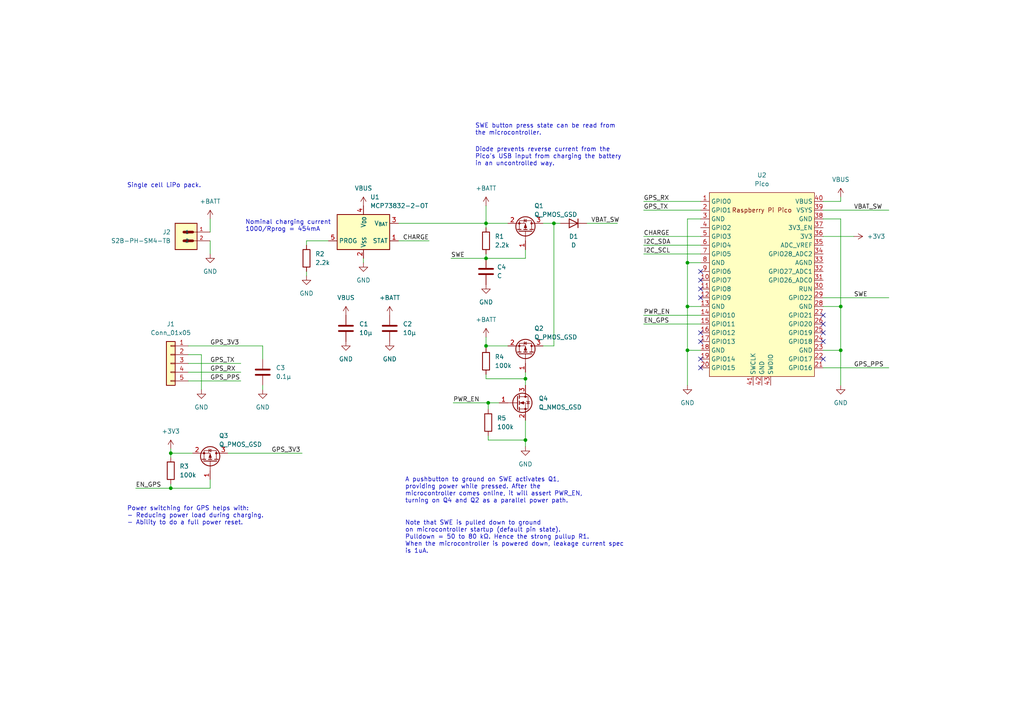
<source format=kicad_sch>
(kicad_sch (version 20230121) (generator eeschema)
  (paper "A4")
  (title_block (title "Playa Navigator") (date "2023-07-15") (rev "02"))
  (lib_symbols
    (symbol "Battery_Management:MCP73832-2-OT"
      (property "Reference" "U" (at -7.62 6.35 0))
      (property "Value" "MCP73832-2-OT" (at 1.27 6.35 0))
      (symbol "MCP73832-2-OT_0_1"
        (rectangle (start -7.62 5.08) (end 7.62 -5.08) (stroke (width 0.254)) (fill (type background)))
      )
      (symbol "MCP73832-2-OT_1_1"
        (pin output line (at 10.16 -2.54 180) (length 2.54) (name "STAT") (number "1"))
        (pin power_in line (at 0 -7.62 90) (length 2.54) (name "V_{SS}") (number "2"))
        (pin power_out line (at 10.16 2.54 180) (length 2.54) (name "V_{BAT}") (number "3"))
        (pin power_in line (at 0 7.62 270) (length 2.54) (name "V_{DD}") (number "4"))
        (pin input line (at -10.16 -2.54 0) (length 2.54) (name "PROG") (number "5"))
      )
    )
    (symbol "Connector_Generic:Conn_01x05" (pin_names (offset 1.016) hide)
      (property "Reference" "J" (at 0 7.62 0))
      (property "Value" "Conn_01x05" (at 0 -7.62 0))
      (symbol "Conn_01x05_1_1"
        (rectangle (start -1.27 -4.953) (end 0 -5.207) (stroke (width 0.1524)))
        (rectangle (start -1.27 -2.413) (end 0 -2.667) (stroke (width 0.1524)))
        (rectangle (start -1.27 0.127) (end 0 -0.127) (stroke (width 0.1524)))
        (rectangle (start -1.27 2.667) (end 0 2.413) (stroke (width 0.1524)))
        (rectangle (start -1.27 5.207) (end 0 4.953) (stroke (width 0.1524)))
        (rectangle (start -1.27 6.35) (end 1.27 -6.35) (stroke (width 0.254)) (fill (type background)))
        (pin passive line (at -5.08 5.08 0) (length 3.81) (name "Pin_1") (number "1"))
        (pin passive line (at -5.08 2.54 0) (length 3.81) (name "Pin_2") (number "2"))
        (pin passive line (at -5.08 0 0) (length 3.81) (name "Pin_3") (number "3"))
        (pin passive line (at -5.08 -2.54 0) (length 3.81) (name "Pin_4") (number "4"))
        (pin passive line (at -5.08 -5.08 0) (length 3.81) (name "Pin_5") (number "5"))
      )
    )
    (symbol "Device:C" (pin_numbers hide) (pin_names (offset 0.254))
      (property "Reference" "C" (at 0.635 2.54 0))
      (property "Value" "C" (at 0.635 -2.54 0))
      (symbol "C_0_1"
        (polyline (pts (xy -2.032 -0.762) (xy 2.032 -0.762)) (stroke (width 0.508)))
        (polyline (pts (xy -2.032 0.762) (xy 2.032 0.762)) (stroke (width 0.508)))
      )
      (symbol "C_1_1"
        (pin passive line (at 0 3.81 270) (length 2.794) (name "~") (number "1"))
        (pin passive line (at 0 -3.81 90) (length 2.794) (name "~") (number "2"))
      )
    )
    (symbol "Device:D" (pin_numbers hide) (pin_names (offset 1.016) hide)
      (property "Reference" "D" (at 0 2.54 0))
      (property "Value" "D" (at 0 -2.54 0))
      (symbol "D_0_1"
        (polyline (pts (xy -1.27 1.27) (xy -1.27 -1.27)) (stroke (width 0.254)))
        (polyline (pts (xy 1.27 0) (xy -1.27 0)))
        (polyline (pts (xy 1.27 1.27) (xy 1.27 -1.27) (xy -1.27 0) (xy 1.27 1.27)) (stroke (width 0.254)))
      )
      (symbol "D_1_1"
        (pin passive line (at -3.81 0 0) (length 2.54) (name "K") (number "1"))
        (pin passive line (at 3.81 0 180) (length 2.54) (name "A") (number "2"))
      )
    )
    (symbol "Device:Q_NMOS_GSD" (pin_names (offset 0) hide)
      (property "Reference" "Q" (at 5.08 1.27 0))
      (property "Value" "Q_NMOS_GSD" (at 5.08 -1.27 0))
      (symbol "Q_NMOS_GSD_0_1"
        (polyline (pts (xy 0.254 0) (xy -2.54 0)))
        (polyline (pts (xy 0.254 1.905) (xy 0.254 -1.905)) (stroke (width 0.254)))
        (polyline (pts (xy 0.762 -1.27) (xy 0.762 -2.286)) (stroke (width 0.254)))
        (polyline (pts (xy 0.762 0.508) (xy 0.762 -0.508)) (stroke (width 0.254)))
        (polyline (pts (xy 0.762 2.286) (xy 0.762 1.27)) (stroke (width 0.254)))
        (polyline (pts (xy 2.54 2.54) (xy 2.54 1.778)))
        (polyline (pts (xy 2.54 -2.54) (xy 2.54 0) (xy 0.762 0)))
        (polyline (pts (xy 0.762 -1.778) (xy 3.302 -1.778) (xy 3.302 1.778) (xy 0.762 1.778)))
        (polyline (pts (xy 1.016 0) (xy 2.032 0.381) (xy 2.032 -0.381) (xy 1.016 0)) (fill (type outline)))
        (polyline (pts (xy 2.794 0.508) (xy 2.921 0.381) (xy 3.683 0.381) (xy 3.81 0.254)))
        (polyline (pts (xy 3.302 0.381) (xy 2.921 -0.254) (xy 3.683 -0.254) (xy 3.302 0.381)))
        (circle (center 1.651 0) (radius 2.794) (stroke (width 0.254)))
        (circle (center 2.54 -1.778) (radius 0.254) (fill (type outline)))
        (circle (center 2.54 1.778) (radius 0.254) (fill (type outline)))
      )
      (symbol "Q_NMOS_GSD_1_1"
        (pin input line (at -5.08 0 0) (length 2.54) (name "G") (number "1"))
        (pin passive line (at 2.54 -5.08 90) (length 2.54) (name "S") (number "2"))
        (pin passive line (at 2.54 5.08 270) (length 2.54) (name "D") (number "3"))
      )
    )
    (symbol "Device:Q_PMOS_GSD" (pin_names (offset 0) hide)
      (property "Reference" "Q" (at 5.08 1.27 0))
      (property "Value" "Q_PMOS_GSD" (at 5.08 -1.27 0))
      (symbol "Q_PMOS_GSD_0_1"
        (polyline (pts (xy 0.254 0) (xy -2.54 0)))
        (polyline (pts (xy 0.254 1.905) (xy 0.254 -1.905)) (stroke (width 0.254)))
        (polyline (pts (xy 0.762 -1.27) (xy 0.762 -2.286)) (stroke (width 0.254)))
        (polyline (pts (xy 0.762 0.508) (xy 0.762 -0.508)) (stroke (width 0.254)))
        (polyline (pts (xy 0.762 2.286) (xy 0.762 1.27)) (stroke (width 0.254)))
        (polyline (pts (xy 2.54 2.54) (xy 2.54 1.778)))
        (polyline (pts (xy 2.54 -2.54) (xy 2.54 0) (xy 0.762 0)))
        (polyline (pts (xy 0.762 1.778) (xy 3.302 1.778) (xy 3.302 -1.778) (xy 0.762 -1.778)))
        (polyline (pts (xy 2.286 0) (xy 1.27 0.381) (xy 1.27 -0.381) (xy 2.286 0)) (fill (type outline)))
        (polyline (pts (xy 2.794 -0.508) (xy 2.921 -0.381) (xy 3.683 -0.381) (xy 3.81 -0.254)))
        (polyline (pts (xy 3.302 -0.381) (xy 2.921 0.254) (xy 3.683 0.254) (xy 3.302 -0.381)))
        (circle (center 1.651 0) (radius 2.794) (stroke (width 0.254)))
        (circle (center 2.54 -1.778) (radius 0.254) (fill (type outline)))
        (circle (center 2.54 1.778) (radius 0.254) (fill (type outline)))
      )
      (symbol "Q_PMOS_GSD_1_1"
        (pin input line (at -5.08 0 0) (length 2.54) (name "G") (number "1"))
        (pin passive line (at 2.54 -5.08 90) (length 2.54) (name "S") (number "2"))
        (pin passive line (at 2.54 5.08 270) (length 2.54) (name "D") (number "3"))
      )
    )
    (symbol "Device:R" (pin_numbers hide) (pin_names (offset 0))
      (property "Reference" "R" (at 2.032 0 90))
      (property "Value" "R" (at 0 0 90))
      (symbol "R_0_1"
        (rectangle (start -1.016 -2.54) (end 1.016 2.54) (stroke (width 0.254)))
      )
      (symbol "R_1_1"
        (pin passive line (at 0 3.81 270) (length 1.27) (name "~") (number "1"))
        (pin passive line (at 0 -3.81 90) (length 1.27) (name "~") (number "2"))
      )
    )
    (symbol "JST-PH:S2B-PH-SM4-TB" (pin_names (offset 1.016))
      (property "Reference" "P" (at -1.2718 3.8155 0))
      (property "Value" "S2B-PH-SM4-TB" (at -1.271 -5.0839 0))
      (symbol "S2B-PH-SM4-TB_0_0"
        (rectangle (start -1.27 -3.81) (end 5.08 3.81) (stroke (width 0.254)) (fill (type background)))
        (polyline (pts (xy 0 -1.27) (xy 2.54 -1.27)) (stroke (width 0.762)))
        (polyline (pts (xy 0 1.27) (xy 2.54 1.27)) (stroke (width 0.762)))
        (pin passive line (at -5.08 1.27 0) (length 5.08) (name "1") (number "1"))
        (pin passive line (at -5.08 -1.27 0) (length 5.08) (name "2") (number "2"))
      )
    )
    (symbol "Pico:Pico"
      (property "Reference" "U" (at -13.97 27.94 0))
      (property "Value" "Pico" (at 0 19.05 0))
      (symbol "Pico_0_0"
        (text "Raspberry Pi Pico" (at 0 21.59 0) (effects (font (size 1.27 1.27))))
      )
      (symbol "Pico_0_1"
        (rectangle (start -15.24 26.67) (end 15.24 -26.67) (fill (type background)))
      )
      (symbol "Pico_1_1"
        (pin bidirectional line (at -17.78 24.13 0) (length 2.54) (name "GPIO0") (number "1"))
        (pin bidirectional line (at -17.78 1.27 0) (length 2.54) (name "GPIO7") (number "10"))
        (pin bidirectional line (at -17.78 -1.27 0) (length 2.54) (name "GPIO8") (number "11"))
        (pin bidirectional line (at -17.78 -3.81 0) (length 2.54) (name "GPIO9") (number "12"))
        (pin power_in line (at -17.78 -6.35 0) (length 2.54) (name "GND") (number "13"))
        (pin bidirectional line (at -17.78 -8.89 0) (length 2.54) (name "GPIO10") (number "14"))
        (pin bidirectional line (at -17.78 -11.43 0) (length 2.54) (name "GPIO11") (number "15"))
        (pin bidirectional line (at -17.78 -13.97 0) (length 2.54) (name "GPIO12") (number "16"))
        (pin bidirectional line (at -17.78 -16.51 0) (length 2.54) (name "GPIO13") (number "17"))
        (pin power_in line (at -17.78 -19.05 0) (length 2.54) (name "GND") (number "18"))
        (pin bidirectional line (at -17.78 -21.59 0) (length 2.54) (name "GPIO14") (number "19"))
        (pin bidirectional line (at -17.78 21.59 0) (length 2.54) (name "GPIO1") (number "2"))
        (pin bidirectional line (at -17.78 -24.13 0) (length 2.54) (name "GPIO15") (number "20"))
        (pin bidirectional line (at 17.78 -24.13 180) (length 2.54) (name "GPIO16") (number "21"))
        (pin bidirectional line (at 17.78 -21.59 180) (length 2.54) (name "GPIO17") (number "22"))
        (pin power_in line (at 17.78 -19.05 180) (length 2.54) (name "GND") (number "23"))
        (pin bidirectional line (at 17.78 -16.51 180) (length 2.54) (name "GPIO18") (number "24"))
        (pin bidirectional line (at 17.78 -13.97 180) (length 2.54) (name "GPIO19") (number "25"))
        (pin bidirectional line (at 17.78 -11.43 180) (length 2.54) (name "GPIO20") (number "26"))
        (pin bidirectional line (at 17.78 -8.89 180) (length 2.54) (name "GPIO21") (number "27"))
        (pin power_in line (at 17.78 -6.35 180) (length 2.54) (name "GND") (number "28"))
        (pin bidirectional line (at 17.78 -3.81 180) (length 2.54) (name "GPIO22") (number "29"))
        (pin power_in line (at -17.78 19.05 0) (length 2.54) (name "GND") (number "3"))
        (pin input line (at 17.78 -1.27 180) (length 2.54) (name "RUN") (number "30"))
        (pin bidirectional line (at 17.78 1.27 180) (length 2.54) (name "GPIO26_ADC0") (number "31"))
        (pin bidirectional line (at 17.78 3.81 180) (length 2.54) (name "GPIO27_ADC1") (number "32"))
        (pin power_in line (at 17.78 6.35 180) (length 2.54) (name "AGND") (number "33"))
        (pin bidirectional line (at 17.78 8.89 180) (length 2.54) (name "GPIO28_ADC2") (number "34"))
        (pin power_in line (at 17.78 11.43 180) (length 2.54) (name "ADC_VREF") (number "35"))
        (pin power_in line (at 17.78 13.97 180) (length 2.54) (name "3V3") (number "36"))
        (pin input line (at 17.78 16.51 180) (length 2.54) (name "3V3_EN") (number "37"))
        (pin bidirectional line (at 17.78 19.05 180) (length 2.54) (name "GND") (number "38"))
        (pin power_in line (at 17.78 21.59 180) (length 2.54) (name "VSYS") (number "39"))
        (pin bidirectional line (at -17.78 16.51 0) (length 2.54) (name "GPIO2") (number "4"))
        (pin power_in line (at 17.78 24.13 180) (length 2.54) (name "VBUS") (number "40"))
        (pin input line (at -2.54 -29.21 90) (length 2.54) (name "SWCLK") (number "41"))
        (pin power_in line (at 0 -29.21 90) (length 2.54) (name "GND") (number "42"))
        (pin bidirectional line (at 2.54 -29.21 90) (length 2.54) (name "SWDIO") (number "43"))
        (pin bidirectional line (at -17.78 13.97 0) (length 2.54) (name "GPIO3") (number "5"))
        (pin bidirectional line (at -17.78 11.43 0) (length 2.54) (name "GPIO4") (number "6"))
        (pin bidirectional line (at -17.78 8.89 0) (length 2.54) (name "GPIO5") (number "7"))
        (pin power_in line (at -17.78 6.35 0) (length 2.54) (name "GND") (number "8"))
        (pin bidirectional line (at -17.78 3.81 0) (length 2.54) (name "GPIO6") (number "9"))
      )
    )
    (symbol "power:+3V3" (power) (pin_names (offset 0))
      (property "Value" "+3V3" (at 0 3.556 0))
      (symbol "+3V3_0_1"
        (polyline (pts (xy -0.762 1.27) (xy 0 2.54)))
        (polyline (pts (xy 0 0) (xy 0 2.54)))
        (polyline (pts (xy 0 2.54) (xy 0.762 1.27)))
      )
      (symbol "+3V3_1_1"
        (pin power_in line (at 0 0 90) (length 0) hide (name "+3V3") (number "1"))
      )
    )
    (symbol "power:+BATT" (power) (pin_names (offset 0))
      (property "Value" "+BATT" (at 0 3.556 0))
      (symbol "+BATT_0_1"
        (polyline (pts (xy -0.762 1.27) (xy 0 2.54)))
        (polyline (pts (xy 0 0) (xy 0 2.54)))
        (polyline (pts (xy 0 2.54) (xy 0.762 1.27)))
      )
      (symbol "+BATT_1_1"
        (pin power_in line (at 0 0 90) (length 0) hide (name "+BATT") (number "1"))
      )
    )
    (symbol "power:GND" (power) (pin_names (offset 0))
      (property "Value" "GND" (at 0 -3.81 0))
      (symbol "GND_0_1"
        (polyline (pts (xy 0 0) (xy 0 -1.27) (xy 1.27 -1.27) (xy 0 -2.54) (xy -1.27 -1.27) (xy 0 -1.27)))
      )
      (symbol "GND_1_1"
        (pin power_in line (at 0 0 270) (length 0) hide (name "GND") (number "1"))
      )
    )
    (symbol "power:VBUS" (power) (pin_names (offset 0))
      (property "Value" "VBUS" (at 0 3.81 0))
      (symbol "VBUS_0_1"
        (polyline (pts (xy -0.762 1.27) (xy 0 2.54)))
        (polyline (pts (xy 0 0) (xy 0 2.54)))
        (polyline (pts (xy 0 2.54) (xy 0.762 1.27)))
      )
      (symbol "VBUS_1_1"
        (pin power_in line (at 0 0 90) (length 0) hide (name "VBUS") (number "1"))
      )
    )
  )
  (junction (at 49.53 131.445))
  (junction (at 140.97 100.33))
  (junction (at 243.84 88.9))
  (junction (at 140.97 64.77))
  (junction (at 49.53 141.605))
  (junction (at 199.39 88.9))
  (junction (at 199.39 101.6))
  (junction (at 152.4 127.635))
  (junction (at 152.4 109.855))
  (junction (at 243.84 101.6))
  (junction (at 141.605 116.84))
  (junction (at 199.39 76.2))
  (junction (at 160.655 64.77))
  (junction (at 140.97 74.93))
  (no_connect (at 203.2 81.28))
  (no_connect (at 203.2 106.68))
  (no_connect (at 203.2 78.74))
  (no_connect (at 238.76 91.44))
  (no_connect (at 238.76 99.06))
  (no_connect (at 203.2 104.14))
  (no_connect (at 203.2 99.06))
  (no_connect (at 238.76 104.14))
  (no_connect (at 238.76 96.52))
  (no_connect (at 203.2 83.82))
  (no_connect (at 203.2 96.52))
  (no_connect (at 203.2 86.36))
  (no_connect (at 238.76 93.98))
  (wire (pts (xy 186.69 60.96) (xy 203.2 60.96)))
  (wire (pts (xy 152.4 127.635) (xy 152.4 129.54)))
  (wire (pts (xy 140.97 109.855) (xy 152.4 109.855)))
  (wire (pts (xy 140.97 74.93) (xy 152.4 74.93)))
  (wire (pts (xy 49.53 141.605) (xy 49.53 140.335)))
  (wire (pts (xy 88.9 69.85) (xy 95.25 69.85)))
  (wire (pts (xy 203.2 101.6) (xy 199.39 101.6)))
  (wire (pts (xy 88.9 80.01) (xy 88.9 78.74)))
  (wire (pts (xy 115.57 64.77) (xy 140.97 64.77)))
  (wire (pts (xy 152.4 72.39) (xy 152.4 74.93)))
  (wire (pts (xy 199.39 88.9) (xy 199.39 101.6)))
  (wire (pts (xy 140.97 100.965) (xy 140.97 100.33)))
  (wire (pts (xy 157.48 64.77) (xy 160.655 64.77)))
  (wire (pts (xy 238.76 60.96) (xy 257.81 60.96)))
  (wire (pts (xy 243.84 58.42) (xy 243.84 57.15)))
  (wire (pts (xy 160.655 64.77) (xy 160.655 100.33)))
  (wire (pts (xy 203.2 88.9) (xy 199.39 88.9)))
  (wire (pts (xy 243.84 88.9) (xy 243.84 101.6)))
  (wire (pts (xy 141.605 126.365) (xy 141.605 127.635)))
  (wire (pts (xy 88.9 69.85) (xy 88.9 71.12)))
  (wire (pts (xy 152.4 121.92) (xy 152.4 127.635)))
  (wire (pts (xy 238.76 63.5) (xy 243.84 63.5)))
  (wire (pts (xy 140.97 73.66) (xy 140.97 74.93)))
  (wire (pts (xy 54.61 100.33) (xy 76.2 100.33)))
  (wire (pts (xy 170.18 64.77) (xy 179.07 64.77)))
  (wire (pts (xy 238.76 88.9) (xy 243.84 88.9)))
  (wire (pts (xy 141.605 118.745) (xy 141.605 116.84)))
  (wire (pts (xy 60.96 69.85) (xy 60.96 73.66)))
  (wire (pts (xy 160.655 64.77) (xy 162.56 64.77)))
  (wire (pts (xy 115.57 69.85) (xy 124.46 69.85)))
  (wire (pts (xy 152.4 107.95) (xy 152.4 109.855)))
  (wire (pts (xy 58.42 113.03) (xy 58.42 102.87)))
  (wire (pts (xy 243.84 101.6) (xy 243.84 111.76)))
  (wire (pts (xy 49.53 132.715) (xy 49.53 131.445)))
  (wire (pts (xy 58.42 102.87) (xy 54.61 102.87)))
  (wire (pts (xy 141.605 127.635) (xy 152.4 127.635)))
  (wire (pts (xy 39.37 141.605) (xy 49.53 141.605)))
  (wire (pts (xy 140.97 66.04) (xy 140.97 64.77)))
  (wire (pts (xy 186.69 58.42) (xy 203.2 58.42)))
  (wire (pts (xy 238.76 68.58) (xy 247.65 68.58)))
  (wire (pts (xy 60.96 141.605) (xy 60.96 139.065)))
  (wire (pts (xy 76.2 111.76) (xy 76.2 113.03)))
  (wire (pts (xy 186.69 91.44) (xy 203.2 91.44)))
  (wire (pts (xy 157.48 100.33) (xy 160.655 100.33)))
  (wire (pts (xy 186.69 71.12) (xy 203.2 71.12)))
  (wire (pts (xy 140.97 108.585) (xy 140.97 109.855)))
  (wire (pts (xy 199.39 101.6) (xy 199.39 111.76)))
  (wire (pts (xy 54.61 105.41) (xy 69.85 105.41)))
  (wire (pts (xy 76.2 100.33) (xy 76.2 104.14)))
  (wire (pts (xy 199.39 76.2) (xy 199.39 88.9)))
  (wire (pts (xy 54.61 110.49) (xy 69.85 110.49)))
  (wire (pts (xy 186.69 68.58) (xy 203.2 68.58)))
  (wire (pts (xy 140.97 100.33) (xy 140.97 97.79)))
  (wire (pts (xy 203.2 76.2) (xy 199.39 76.2)))
  (wire (pts (xy 243.84 63.5) (xy 243.84 88.9)))
  (wire (pts (xy 49.53 131.445) (xy 49.53 130.175)))
  (wire (pts (xy 140.97 64.77) (xy 147.32 64.77)))
  (wire (pts (xy 60.96 67.31) (xy 60.96 63.5)))
  (wire (pts (xy 130.81 74.93) (xy 140.97 74.93)))
  (wire (pts (xy 186.69 93.98) (xy 203.2 93.98)))
  (wire (pts (xy 238.76 101.6) (xy 243.84 101.6)))
  (wire (pts (xy 238.76 86.36) (xy 257.81 86.36)))
  (wire (pts (xy 147.32 100.33) (xy 140.97 100.33)))
  (wire (pts (xy 203.2 63.5) (xy 199.39 63.5)))
  (wire (pts (xy 49.53 141.605) (xy 60.96 141.605)))
  (wire (pts (xy 66.04 131.445) (xy 87.63 131.445)))
  (wire (pts (xy 238.76 106.68) (xy 257.81 106.68)))
  (wire (pts (xy 238.76 58.42) (xy 243.84 58.42)))
  (wire (pts (xy 54.61 107.95) (xy 69.85 107.95)))
  (wire (pts (xy 152.4 109.855) (xy 152.4 111.76)))
  (wire (pts (xy 141.605 116.84) (xy 144.78 116.84)))
  (wire (pts (xy 199.39 63.5) (xy 199.39 76.2)))
  (wire (pts (xy 55.88 131.445) (xy 49.53 131.445)))
  (wire (pts (xy 105.41 74.93) (xy 105.41 76.2)))
  (wire (pts (xy 131.445 116.84) (xy 141.605 116.84)))
  (wire (pts (xy 140.97 64.77) (xy 140.97 59.69)))
  (wire (pts (xy 186.69 73.66) (xy 203.2 73.66)))
  (text "Diode prevents reverse current from the\nPico's USB input from charging the battery\nin an uncontrolled way." (at 137.795 48.26 0) (effects (font (size 1.27 1.27)) (justify left bottom)))
  (text "Note that SWE is pulled down to ground\non microcontroller startup (default pin state).\nPulldown = 50 to 80 kΩ. Hence the strong pullup R1.\nWhen the microcontroller is powered down, leakage current spec\nis 1uA." (at 117.475 160.655 0) (effects (font (size 1.27 1.27)) (justify left bottom)))
  (text "Nominal charging current\n1000/Rprog = 454mA" (at 71.12 67.31 0) (effects (font (size 1.27 1.27)) (justify left bottom)))
  (text "A pushbutton to ground on SWE activates Q1,\nproviding power while pressed. After the \nmicrocontroller comes online, it will assert PWR_EN,\nturning on Q4 and Q2 as a parallel power path." (at 117.475 146.05 0) (effects (font (size 1.27 1.27)) (justify left bottom)))
  (text "Power switching for GPS helps with:\n- Reducing power load during charging.\n- Ability to do a full power reset." (at 36.83 152.4 0) (effects (font (size 1.27 1.27)) (justify left bottom)))
  (text "Single cell LiPo pack.\n" (at 36.83 54.61 0) (effects (font (size 1.27 1.27)) (justify left bottom)))
  (text "SWE button press state can be read from\nthe microcontroller." (at 137.795 39.37 0) (effects (font (size 1.27 1.27)) (justify left bottom)))
  (label "EN_GPS" (at 186.69 93.98 0))
  (label "GPS_3V3" (at 60.96 100.33 0))
  (label "I2C_SDA" (at 186.69 71.12 0))
  (label "PWR_EN" (at 131.445 116.84 0))
  (label "I2C_SCL" (at 186.69 73.66 0))
  (label "GPS_TX" (at 186.69 60.96 0))
  (label "GPS_3V3" (at 78.74 131.445 0))
  (label "GPS_RX" (at 186.69 58.42 0))
  (label "VBAT_SW" (at 247.65 60.96 0))
  (label "PWR_EN" (at 186.69 91.44 0))
  (label "SWE" (at 130.81 74.93 0))
  (label "GPS_PPS" (at 60.96 110.49 0))
  (label "GPS_PPS" (at 247.65 106.68 0))
  (label "SWE" (at 247.65 86.36 0))
  (label "GPS_TX" (at 60.96 105.41 0))
  (label "CHARGE" (at 186.69 68.58 0))
  (label "VBAT_SW" (at 171.45 64.77 0))
  (label "CHARGE" (at 116.84 69.85 0))
  (label "EN_GPS" (at 39.37 141.605 0))
  (label "GPS_RX" (at 60.96 107.95 0))
  (symbol (lib_id "Device:C") (at 76.2 107.95 0) (unit 1)
    (property "Reference" "C3" (at 80.01 106.68 0) (effects (justify left)))
    (property "Value" "0.1µ" (at 80.01 109.22 0) (effects (justify left)))
    (property "Footprint" "Capacitor_SMD:C_0805_2012Metric" (effects hide))
  )
  (symbol (lib_id "power:GND") (at 58.42 113.03 0) (unit 1)
    (property "Reference" "#PWR011" (effects hide))
    (property "Value" "GND" (at 58.42 118.11 0))
  )
  (symbol (lib_id "Battery_Management:MCP73832-2-OT") (at 105.41 67.31 0) (unit 1)
    (property "Reference" "U1" (at 107.3659 57.15 0) (effects (justify left)))
    (property "Value" "MCP73832-2-OT" (at 107.3659 59.69 0) (effects (justify left)))
    (property "Footprint" "Package_TO_SOT_SMD:SOT-23-5" (effects hide))
    (property "Datasheet" "http://ww1.microchip.com/downloads/en/DeviceDoc/20001984g.pdf" (effects hide))
    (property "Digikey Part Number" "MCP73832-2ACI/MC-ND" (effects hide))
  )
  (symbol (lib_id "Device:R") (at 140.97 104.775 0) (unit 1)
    (property "Reference" "R4" (at 143.51 103.505 0) (effects (justify left)))
    (property "Value" "100k" (at 143.51 106.045 0) (effects (justify left)))
    (property "Footprint" "Capacitor_SMD:C_0603_1608Metric" (effects hide))
  )
  (symbol (lib_id "Device:D") (at 166.37 64.77 180) (unit 1)
    (property "Reference" "D1" (at 166.37 68.58 0))
    (property "Value" "D" (at 166.37 71.12 0))
    (property "Footprint" "Diode_SMD:Nexperia_CFP3_SOD-123W" (effects hide))
    (property "Sim.Device" "D" (effects hide))
    (property "Sim.Pins" "1=K 2=A" (effects hide))
  )
  (symbol (lib_id "power:+3V3") (at 49.53 130.175 0) (unit 1)
    (property "Reference" "#PWR014" (effects hide))
    (property "Value" "+3V3" (at 49.53 125.095 0))
  )
  (symbol (lib_id "Device:C") (at 100.33 95.25 0) (unit 1)
    (property "Reference" "C1" (at 104.14 93.98 0) (effects (justify left)))
    (property "Value" "10µ" (at 104.14 96.52 0) (effects (justify left)))
    (property "Footprint" "Capacitor_SMD:C_1206_3216Metric" (effects hide))
  )
  (symbol (lib_id "Device:C") (at 113.03 95.25 0) (unit 1)
    (property "Reference" "C2" (at 116.84 93.98 0) (effects (justify left)))
    (property "Value" "10µ" (at 116.84 96.52 0) (effects (justify left)))
    (property "Footprint" "Capacitor_SMD:C_1206_3216Metric" (effects hide))
  )
  (symbol (lib_id "power:GND") (at 243.84 111.76 0) (unit 1)
    (property "Reference" "#PWR012" (effects hide))
    (property "Value" "GND" (at 243.84 116.84 0))
  )
  (symbol (lib_id "power:GND") (at 105.41 76.2 0) (unit 1)
    (property "Reference" "#PWR03" (effects hide))
    (property "Value" "GND" (at 105.41 81.28 0))
  )
  (symbol (lib_id "Device:Q_PMOS_GSD") (at 60.96 133.985 270) (mirror x) (unit 1)
    (property "Reference" "Q3" (at 63.5 126.365 90) (effects (justify left)))
    (property "Value" "Q_PMOS_GSD" (at 63.5 128.905 90) (effects (justify left)))
    (property "Footprint" "Package_TO_SOT_SMD:SOT-23-3" (effects hide))
  )
  (symbol (lib_id "Device:R") (at 140.97 69.85 0) (unit 1)
    (property "Reference" "R1" (at 143.51 68.58 0) (effects (justify left)))
    (property "Value" "2.2k" (at 143.51 71.12 0) (effects (justify left)))
    (property "Footprint" "Capacitor_SMD:C_0603_1608Metric" (effects hide))
  )
  (symbol (lib_id "Device:Q_PMOS_GSD") (at 152.4 102.87 270) (mirror x) (unit 1)
    (property "Reference" "Q2" (at 154.94 95.25 90) (effects (justify left)))
    (property "Value" "Q_PMOS_GSD" (at 154.94 97.79 90) (effects (justify left)))
    (property "Footprint" "Package_TO_SOT_SMD:SOT-23-3" (effects hide))
  )
  (symbol (lib_id "JST-PH:S2B-PH-SM4-TB") (at 55.88 68.58 0) (mirror y) (unit 1)
    (property "Reference" "J2" (at 49.53 67.31 0) (effects (justify left)))
    (property "Value" "S2B-PH-SM4-TB" (at 49.53 69.85 0) (effects (justify left)))
    (property "Footprint" "JST-PH:JST_S2B-PH-SM4-TB" (effects hide))
    (property "MANUFACTURER" "JST" (effects hide))
  )
  (symbol (lib_id "Device:C") (at 140.97 78.74 0) (unit 1)
    (property "Reference" "C4" (at 144.145 77.47 0) (effects (justify left)))
    (property "Value" "C" (at 144.145 80.01 0) (effects (justify left)))
    (property "Footprint" "Capacitor_SMD:C_0805_2012Metric" (effects hide))
  )
  (symbol (lib_id "Device:R") (at 141.605 122.555 0) (unit 1)
    (property "Reference" "R5" (at 144.145 121.285 0) (effects (justify left)))
    (property "Value" "100k" (at 144.145 123.825 0) (effects (justify left)))
    (property "Footprint" "Capacitor_SMD:C_0603_1608Metric" (effects hide))
  )
  (symbol (lib_id "power:+3V3") (at 247.65 68.58 270) (unit 1)
    (property "Reference" "#PWR01" (effects hide))
    (property "Value" "+3V3" (at 251.46 68.58 90) (effects (justify left)))
  )
  (symbol (lib_id "power:GND") (at 60.96 73.66 0) (unit 1)
    (property "Reference" "#PWR04" (effects hide))
    (property "Value" "GND" (at 60.96 78.74 0))
  )
  (symbol (lib_id "power:VBUS") (at 243.84 57.15 0) (unit 1)
    (property "Reference" "#PWR010" (effects hide))
    (property "Value" "VBUS" (at 243.84 52.07 0))
  )
  (symbol (lib_id "power:GND") (at 100.33 99.06 0) (unit 1)
    (property "Reference" "#PWR015" (effects hide))
    (property "Value" "GND" (at 100.33 104.14 0))
  )
  (symbol (lib_id "power:GND") (at 113.03 99.06 0) (unit 1)
    (property "Reference" "#PWR017" (effects hide))
    (property "Value" "GND" (at 113.03 104.14 0))
  )
  (symbol (lib_id "power:GND") (at 152.4 129.54 0) (unit 1)
    (property "Reference" "#PWR019" (effects hide))
    (property "Value" "GND" (at 152.4 134.62 0))
  )
  (symbol (lib_id "Connector_Generic:Conn_01x05") (at 49.53 105.41 0) (mirror y) (unit 1)
    (property "Reference" "J1" (at 49.53 93.98 0))
    (property "Value" "Conn_01x05" (at 49.53 96.52 0))
    (property "Footprint" "Connector_PinHeader_2.54mm:PinHeader_1x05_P2.54mm_Vertical" (effects hide))
  )
  (symbol (lib_id "power:VBUS") (at 100.33 91.44 0) (unit 1)
    (property "Reference" "#PWR02" (effects hide))
    (property "Value" "VBUS" (at 100.33 86.36 0))
  )
  (symbol (lib_id "Device:R") (at 49.53 136.525 0) (unit 1)
    (property "Reference" "R3" (at 52.07 135.255 0) (effects (justify left)))
    (property "Value" "100k" (at 52.07 137.795 0) (effects (justify left)))
    (property "Footprint" "Capacitor_SMD:C_0603_1608Metric" (effects hide))
  )
  (symbol (lib_id "Pico:Pico") (at 220.98 82.55 0) (unit 1)
    (property "Reference" "U2" (at 220.98 50.8 0))
    (property "Value" "Pico" (at 220.98 53.34 0))
    (property "Footprint" "Pico:RPi_Pico_SMD_TH_Customized" (effects hide))
  )
  (symbol (lib_id "power:+BATT") (at 140.97 97.79 0) (unit 1)
    (property "Reference" "#PWR09" (effects hide))
    (property "Value" "+BATT" (at 140.97 92.71 0))
  )
  (symbol (lib_id "Device:R") (at 88.9 74.93 0) (unit 1)
    (property "Reference" "R2" (at 91.44 73.66 0) (effects (justify left)))
    (property "Value" "2.2k" (at 91.44 76.2 0) (effects (justify left)))
    (property "Footprint" "Capacitor_SMD:C_0603_1608Metric" (effects hide))
  )
  (symbol (lib_id "power:GND") (at 88.9 80.01 0) (unit 1)
    (property "Reference" "#PWR07" (effects hide))
    (property "Value" "GND" (at 88.9 85.09 0))
  )
  (symbol (lib_id "Device:Q_PMOS_GSD") (at 152.4 67.31 270) (mirror x) (unit 1)
    (property "Reference" "Q1" (at 154.94 59.69 90) (effects (justify left)))
    (property "Value" "Q_PMOS_GSD" (at 154.94 62.23 90) (effects (justify left)))
    (property "Footprint" "Package_TO_SOT_SMD:SOT-23-3" (effects hide))
  )
  (symbol (lib_id "power:GND") (at 140.97 82.55 0) (unit 1)
    (property "Reference" "#PWR020" (effects hide))
    (property "Value" "GND" (at 140.97 87.63 0))
  )
  (symbol (lib_id "Device:Q_NMOS_GSD") (at 149.86 116.84 0) (unit 1)
    (property "Reference" "Q4" (at 156.21 115.57 0) (effects (justify left)))
    (property "Value" "Q_NMOS_GSD" (at 156.21 118.11 0) (effects (justify left)))
    (property "Footprint" "Package_TO_SOT_SMD:SOT-23-3" (effects hide))
  )
  (symbol (lib_id "power:GND") (at 199.39 111.76 0) (unit 1)
    (property "Reference" "#PWR013" (effects hide))
    (property "Value" "GND" (at 199.39 116.84 0))
  )
  (symbol (lib_id "power:GND") (at 76.2 113.03 0) (unit 1)
    (property "Reference" "#PWR016" (effects hide))
    (property "Value" "GND" (at 76.2 118.11 0))
  )
  (symbol (lib_id "power:+BATT") (at 113.03 91.44 0) (unit 1)
    (property "Reference" "#PWR018" (effects hide))
    (property "Value" "+BATT" (at 113.03 86.36 0))
  )
  (symbol (lib_id "power:VBUS") (at 105.41 59.69 0) (unit 1)
    (property "Reference" "#PWR08" (effects hide))
    (property "Value" "VBUS" (at 105.41 54.61 0))
  )
  (symbol (lib_id "power:+BATT") (at 140.97 59.69 0) (unit 1)
    (property "Reference" "#PWR06" (effects hide))
    (property "Value" "+BATT" (at 140.97 54.61 0))
  )
  (symbol (lib_id "power:+BATT") (at 60.96 63.5 0) (unit 1)
    (property "Reference" "#PWR05" (effects hide))
    (property "Value" "+BATT" (at 60.96 58.42 0))
  )
)
</source>
